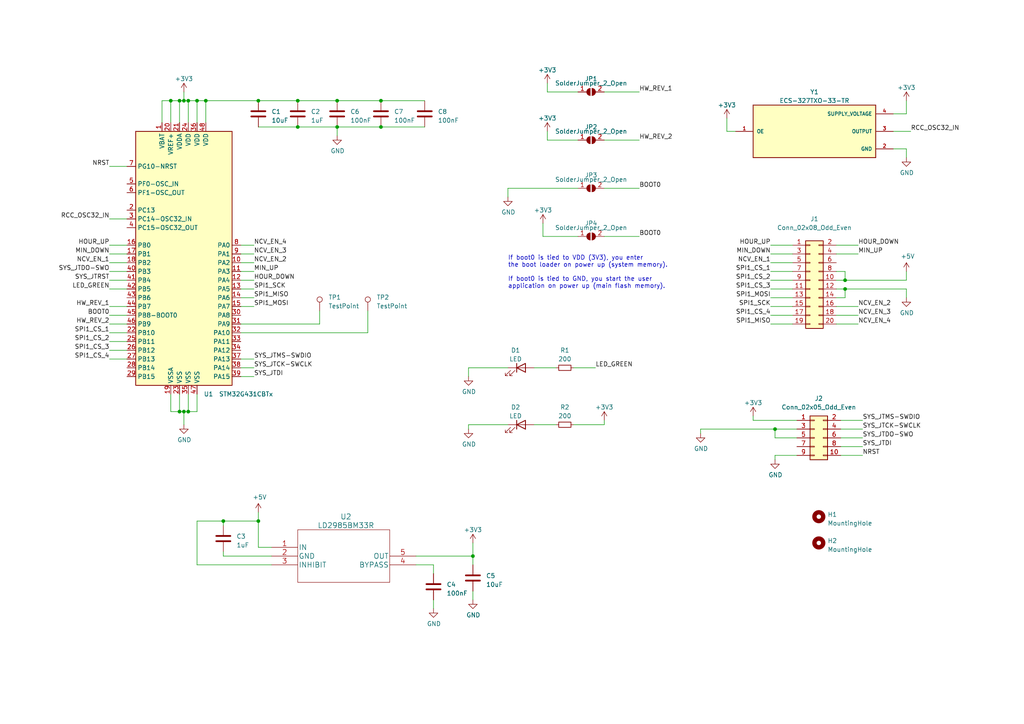
<source format=kicad_sch>
(kicad_sch (version 20221004) (generator eeschema)
  (paper "A4")
  (lib_symbols
    (symbol "Connector:TestPoint" (pin_numbers hide) (pin_names (offset 0.762) hide)
      (property "Reference" "TP" (at 0 6.858 0))
      (property "Value" "TestPoint" (at 0 5.08 0))
      (symbol "TestPoint_0_1"
        (circle (center 0 3.302) (radius 0.762))
      )
      (symbol "TestPoint_1_1"
        (pin passive line (at 0 0 90) (length 2.54) (name "1") (number "1"))
      )
    )
    (symbol "Connector_Generic:Conn_02x05_Odd_Even" (pin_names (offset 1.016) hide)
      (property "Reference" "J" (at 1.27 7.62 0))
      (property "Value" "Conn_02x05_Odd_Even" (at 1.27 -7.62 0))
      (symbol "Conn_02x05_Odd_Even_1_1"
        (rectangle (start -1.27 -4.953) (end 0 -5.207) (stroke (width 0.1524)))
        (rectangle (start -1.27 -2.413) (end 0 -2.667) (stroke (width 0.1524)))
        (rectangle (start -1.27 0.127) (end 0 -0.127) (stroke (width 0.1524)))
        (rectangle (start -1.27 2.667) (end 0 2.413) (stroke (width 0.1524)))
        (rectangle (start -1.27 5.207) (end 0 4.953) (stroke (width 0.1524)))
        (rectangle (start -1.27 6.35) (end 3.81 -6.35) (stroke (width 0.254)) (fill (type background)))
        (rectangle (start 3.81 -4.953) (end 2.54 -5.207) (stroke (width 0.1524)))
        (rectangle (start 3.81 -2.413) (end 2.54 -2.667) (stroke (width 0.1524)))
        (rectangle (start 3.81 0.127) (end 2.54 -0.127) (stroke (width 0.1524)))
        (rectangle (start 3.81 2.667) (end 2.54 2.413) (stroke (width 0.1524)))
        (rectangle (start 3.81 5.207) (end 2.54 4.953) (stroke (width 0.1524)))
        (pin passive line (at -5.08 5.08 0) (length 3.81) (name "Pin_1") (number "1"))
        (pin passive line (at 7.62 -5.08 180) (length 3.81) (name "Pin_10") (number "10"))
        (pin passive line (at 7.62 5.08 180) (length 3.81) (name "Pin_2") (number "2"))
        (pin passive line (at -5.08 2.54 0) (length 3.81) (name "Pin_3") (number "3"))
        (pin passive line (at 7.62 2.54 180) (length 3.81) (name "Pin_4") (number "4"))
        (pin passive line (at -5.08 0 0) (length 3.81) (name "Pin_5") (number "5"))
        (pin passive line (at 7.62 0 180) (length 3.81) (name "Pin_6") (number "6"))
        (pin passive line (at -5.08 -2.54 0) (length 3.81) (name "Pin_7") (number "7"))
        (pin passive line (at 7.62 -2.54 180) (length 3.81) (name "Pin_8") (number "8"))
        (pin passive line (at -5.08 -5.08 0) (length 3.81) (name "Pin_9") (number "9"))
      )
    )
    (symbol "Connector_Generic:Conn_02x10_Odd_Even" (pin_names (offset 1.016) hide)
      (property "Reference" "J" (at 1.27 12.7 0))
      (property "Value" "Conn_02x10_Odd_Even" (at 1.27 -15.24 0))
      (symbol "Conn_02x10_Odd_Even_1_1"
        (rectangle (start -1.27 -12.573) (end 0 -12.827) (stroke (width 0.1524)))
        (rectangle (start -1.27 -10.033) (end 0 -10.287) (stroke (width 0.1524)))
        (rectangle (start -1.27 -7.493) (end 0 -7.747) (stroke (width 0.1524)))
        (rectangle (start -1.27 -4.953) (end 0 -5.207) (stroke (width 0.1524)))
        (rectangle (start -1.27 -2.413) (end 0 -2.667) (stroke (width 0.1524)))
        (rectangle (start -1.27 0.127) (end 0 -0.127) (stroke (width 0.1524)))
        (rectangle (start -1.27 2.667) (end 0 2.413) (stroke (width 0.1524)))
        (rectangle (start -1.27 5.207) (end 0 4.953) (stroke (width 0.1524)))
        (rectangle (start -1.27 7.747) (end 0 7.493) (stroke (width 0.1524)))
        (rectangle (start -1.27 10.287) (end 0 10.033) (stroke (width 0.1524)))
        (rectangle (start -1.27 11.43) (end 3.81 -13.97) (stroke (width 0.254)) (fill (type background)))
        (rectangle (start 3.81 -12.573) (end 2.54 -12.827) (stroke (width 0.1524)))
        (rectangle (start 3.81 -10.033) (end 2.54 -10.287) (stroke (width 0.1524)))
        (rectangle (start 3.81 -7.493) (end 2.54 -7.747) (stroke (width 0.1524)))
        (rectangle (start 3.81 -4.953) (end 2.54 -5.207) (stroke (width 0.1524)))
        (rectangle (start 3.81 -2.413) (end 2.54 -2.667) (stroke (width 0.1524)))
        (rectangle (start 3.81 0.127) (end 2.54 -0.127) (stroke (width 0.1524)))
        (rectangle (start 3.81 2.667) (end 2.54 2.413) (stroke (width 0.1524)))
        (rectangle (start 3.81 5.207) (end 2.54 4.953) (stroke (width 0.1524)))
        (rectangle (start 3.81 7.747) (end 2.54 7.493) (stroke (width 0.1524)))
        (rectangle (start 3.81 10.287) (end 2.54 10.033) (stroke (width 0.1524)))
        (pin passive line (at -5.08 10.16 0) (length 3.81) (name "Pin_1") (number "1"))
        (pin passive line (at 7.62 0 180) (length 3.81) (name "Pin_10") (number "10"))
        (pin passive line (at -5.08 -2.54 0) (length 3.81) (name "Pin_11") (number "11"))
        (pin passive line (at 7.62 -2.54 180) (length 3.81) (name "Pin_12") (number "12"))
        (pin passive line (at -5.08 -5.08 0) (length 3.81) (name "Pin_13") (number "13"))
        (pin passive line (at 7.62 -5.08 180) (length 3.81) (name "Pin_14") (number "14"))
        (pin passive line (at -5.08 -7.62 0) (length 3.81) (name "Pin_15") (number "15"))
        (pin passive line (at 7.62 -7.62 180) (length 3.81) (name "Pin_16") (number "16"))
        (pin passive line (at -5.08 -10.16 0) (length 3.81) (name "Pin_17") (number "17"))
        (pin passive line (at 7.62 -10.16 180) (length 3.81) (name "Pin_18") (number "18"))
        (pin passive line (at -5.08 -12.7 0) (length 3.81) (name "Pin_19") (number "19"))
        (pin passive line (at 7.62 10.16 180) (length 3.81) (name "Pin_2") (number "2"))
        (pin passive line (at 7.62 -12.7 180) (length 3.81) (name "Pin_20") (number "20"))
        (pin passive line (at -5.08 7.62 0) (length 3.81) (name "Pin_3") (number "3"))
        (pin passive line (at 7.62 7.62 180) (length 3.81) (name "Pin_4") (number "4"))
        (pin passive line (at -5.08 5.08 0) (length 3.81) (name "Pin_5") (number "5"))
        (pin passive line (at 7.62 5.08 180) (length 3.81) (name "Pin_6") (number "6"))
        (pin passive line (at -5.08 2.54 0) (length 3.81) (name "Pin_7") (number "7"))
        (pin passive line (at 7.62 2.54 180) (length 3.81) (name "Pin_8") (number "8"))
        (pin passive line (at -5.08 0 0) (length 3.81) (name "Pin_9") (number "9"))
      )
    )
    (symbol "Device:C" (pin_numbers hide) (pin_names (offset 0.254))
      (property "Reference" "C" (at 0.635 2.54 0))
      (property "Value" "C" (at 0.635 -2.54 0))
      (symbol "C_0_1"
        (polyline (pts (xy -2.032 -0.762) (xy 2.032 -0.762)) (stroke (width 0.508)))
        (polyline (pts (xy -2.032 0.762) (xy 2.032 0.762)) (stroke (width 0.508)))
      )
      (symbol "C_1_1"
        (pin passive line (at 0 3.81 270) (length 2.794) (name "~") (number "1"))
        (pin passive line (at 0 -3.81 90) (length 2.794) (name "~") (number "2"))
      )
    )
    (symbol "Device:LED" (pin_numbers hide) (pin_names (offset 1.016) hide)
      (property "Reference" "D" (at 0 2.54 0))
      (property "Value" "LED" (at 0 -2.54 0))
      (symbol "LED_0_1"
        (polyline (pts (xy -1.27 -1.27) (xy -1.27 1.27)) (stroke (width 0.254)))
        (polyline (pts (xy -1.27 0) (xy 1.27 0)))
        (polyline (pts (xy 1.27 -1.27) (xy 1.27 1.27) (xy -1.27 0) (xy 1.27 -1.27)) (stroke (width 0.254)))
        (polyline (pts (xy -3.048 -0.762) (xy -4.572 -2.286) (xy -3.81 -2.286) (xy -4.572 -2.286) (xy -4.572 -1.524)))
        (polyline (pts (xy -1.778 -0.762) (xy -3.302 -2.286) (xy -2.54 -2.286) (xy -3.302 -2.286) (xy -3.302 -1.524)))
      )
      (symbol "LED_1_1"
        (pin passive line (at -3.81 0 0) (length 2.54) (name "K") (number "1"))
        (pin passive line (at 3.81 0 180) (length 2.54) (name "A") (number "2"))
      )
    )
    (symbol "Device:R_Small" (pin_numbers hide) (pin_names (offset 0.254) hide)
      (property "Reference" "R" (at 0.762 0.508 0))
      (property "Value" "R_Small" (at 0.762 -1.016 0))
      (symbol "R_Small_0_1"
        (rectangle (start -0.762 1.778) (end 0.762 -1.778) (stroke (width 0.2032)))
      )
      (symbol "R_Small_1_1"
        (pin passive line (at 0 2.54 270) (length 0.762) (name "~") (number "1"))
        (pin passive line (at 0 -2.54 90) (length 0.762) (name "~") (number "2"))
      )
    )
    (symbol "Mechanical:MountingHole" (pin_names (offset 1.016))
      (property "Reference" "H" (at 0 5.08 0))
      (property "Value" "MountingHole" (at 0 3.175 0))
      (symbol "MountingHole_0_1"
        (circle (center 0 0) (radius 1.27) (stroke (width 1.27)))
      )
    )
    (symbol "SolderJumper_2_Open_1" (pin_names (offset 0) hide)
      (property "Reference" "JP" (at 0 2.032 0))
      (property "Value" "SolderJumper_2_Open_1" (at 0 -2.54 0))
      (symbol "SolderJumper_2_Open_1_0_1"
        (arc (start -0.254 1.016) (mid -1.2656 0) (end -0.254 -1.016))
        (arc (start -0.254 1.016) (mid -1.2656 0) (end -0.254 -1.016) (fill (type outline)))
        (polyline (pts (xy -0.254 1.016) (xy -0.254 -1.016)))
        (polyline (pts (xy 0.254 1.016) (xy 0.254 -1.016)))
        (arc (start 0.254 -1.016) (mid 1.2656 0) (end 0.254 1.016))
        (arc (start 0.254 -1.016) (mid 1.2656 0) (end 0.254 1.016) (fill (type outline)))
      )
      (symbol "SolderJumper_2_Open_1_1_1"
        (pin passive line (at -3.81 0 0) (length 2.54) (name "A") (number "1"))
        (pin passive line (at 3.81 0 180) (length 2.54) (name "B") (number "2"))
      )
    )
    (symbol "SolderJumper_2_Open_2" (pin_names (offset 0) hide)
      (property "Reference" "JP" (at 0 2.032 0))
      (property "Value" "SolderJumper_2_Open_2" (at 0 -2.54 0))
      (symbol "SolderJumper_2_Open_2_0_1"
        (arc (start -0.254 1.016) (mid -1.2656 0) (end -0.254 -1.016))
        (arc (start -0.254 1.016) (mid -1.2656 0) (end -0.254 -1.016) (fill (type outline)))
        (polyline (pts (xy -0.254 1.016) (xy -0.254 -1.016)))
        (polyline (pts (xy 0.254 1.016) (xy 0.254 -1.016)))
        (arc (start 0.254 -1.016) (mid 1.2656 0) (end 0.254 1.016))
        (arc (start 0.254 -1.016) (mid 1.2656 0) (end 0.254 1.016) (fill (type outline)))
      )
      (symbol "SolderJumper_2_Open_2_1_1"
        (pin passive line (at -3.81 0 0) (length 2.54) (name "A") (number "1"))
        (pin passive line (at 3.81 0 180) (length 2.54) (name "B") (number "2"))
      )
    )
    (symbol "ecs:ECS-327TXO-33-TR" (pin_names (offset 1.016))
      (property "Reference" "Y" (at -17.78 8.89 0))
      (property "Value" "ECS-327TXO-33-TR" (at -17.78 -10.16 0))
      (symbol "ECS-327TXO-33-TR_0_0"
        (rectangle (start -17.78 7.62) (end 17.78 -7.62) (stroke (width 0.254)) (fill (type background)))
        (pin input line (at -22.86 0 0) (length 5.08) (name "OE") (number "1"))
        (pin power_in line (at 22.86 -5.08 180) (length 5.08) (name "GND") (number "2"))
        (pin output line (at 22.86 0 180) (length 5.08) (name "OUTPUT") (number "3"))
        (pin power_in line (at 22.86 5.08 180) (length 5.08) (name "SUPPLY_VOLTAGE") (number "4"))
      )
    )
    (symbol "ldo:LD2985BM33R" (pin_names (offset 0.254))
      (property "Reference" "U" (at 21.59 11.43 0))
      (property "Value" "LD2985BM33R" (at 20.32 8.89 0))
      (symbol "LD2985BM33R_1_1"
        (polyline (pts (xy 7.62 -10.16) (xy 34.29 -10.16)) (stroke (width 0.127)))
        (polyline (pts (xy 7.62 5.08) (xy 7.62 -10.16)) (stroke (width 0.127)))
        (polyline (pts (xy 34.29 -10.16) (xy 34.29 5.08)) (stroke (width 0.127)))
        (polyline (pts (xy 34.29 5.08) (xy 7.62 5.08)) (stroke (width 0.127)))
        (pin input line (at 0 0 0) (length 7.62) (name "IN") (number "1"))
        (pin power_in line (at 0 -2.54 0) (length 7.62) (name "GND") (number "2"))
        (pin bidirectional line (at 0 -5.08 0) (length 7.62) (name "INHIBIT") (number "3"))
        (pin unspecified line (at 41.91 -5.08 180) (length 7.62) (name "BYPASS") (number "4"))
        (pin output line (at 41.91 -2.54 180) (length 7.62) (name "OUT") (number "5"))
      )
    )
    (symbol "mio:STM32G431CBTx"
      (property "Reference" "U" (at -15.24 39.37 0))
      (property "Value" "STM32G431CBTx" (at 8.89 39.37 0))
      (symbol "STM32G431CBTx_0_1"
        (rectangle (start -15.24 38.1) (end 12.7 -35.56) (stroke (width 0.254)) (fill (type background)))
      )
      (symbol "STM32G431CBTx_1_1"
        (pin power_in line (at -7.62 40.64 270) (length 2.54) (name "VBAT") (number "1"))
        (pin bidirectional line (at 15.24 0 180) (length 2.54) (name "PA2") (number "10"))
        (pin bidirectional line (at 15.24 -2.54 180) (length 2.54) (name "PA3") (number "11"))
        (pin bidirectional line (at 15.24 -5.08 180) (length 2.54) (name "PA4") (number "12"))
        (pin bidirectional line (at 15.24 -7.62 180) (length 2.54) (name "PA5") (number "13"))
        (pin bidirectional line (at 15.24 -10.16 180) (length 2.54) (name "PA6") (number "14"))
        (pin bidirectional line (at 15.24 -12.7 180) (length 2.54) (name "PA7") (number "15"))
        (pin bidirectional line (at -17.78 5.08 0) (length 2.54) (name "PB0") (number "16"))
        (pin bidirectional line (at -17.78 2.54 0) (length 2.54) (name "PB1") (number "17"))
        (pin bidirectional line (at -17.78 0 0) (length 2.54) (name "PB2") (number "18"))
        (pin power_in line (at -5.08 -38.1 90) (length 2.54) (name "VSSA") (number "19"))
        (pin bidirectional line (at -17.78 15.24 0) (length 2.54) (name "PC13") (number "2"))
        (pin power_in line (at -5.08 40.64 270) (length 2.54) (name "VREF+") (number "20"))
        (pin power_in line (at -2.54 40.64 270) (length 2.54) (name "VDDA") (number "21"))
        (pin bidirectional line (at -17.78 -20.32 0) (length 2.54) (name "PB10") (number "22"))
        (pin power_in line (at -2.54 -38.1 90) (length 2.54) (name "VSS") (number "23"))
        (pin power_in line (at 0 40.64 270) (length 2.54) (name "VDD") (number "24"))
        (pin bidirectional line (at -17.78 -22.86 0) (length 2.54) (name "PB11") (number "25"))
        (pin bidirectional line (at -17.78 -25.4 0) (length 2.54) (name "PB12") (number "26"))
        (pin bidirectional line (at -17.78 -27.94 0) (length 2.54) (name "PB13") (number "27"))
        (pin bidirectional line (at -17.78 -30.48 0) (length 2.54) (name "PB14") (number "28"))
        (pin bidirectional line (at -17.78 -33.02 0) (length 2.54) (name "PB15") (number "29"))
        (pin bidirectional line (at -17.78 12.7 0) (length 2.54) (name "PC14-OSC32_IN") (number "3"))
        (pin bidirectional line (at 15.24 -15.24 180) (length 2.54) (name "PA8") (number "30"))
        (pin bidirectional line (at 15.24 -17.78 180) (length 2.54) (name "PA9") (number "31"))
        (pin bidirectional line (at 15.24 -20.32 180) (length 2.54) (name "PA10") (number "32"))
        (pin bidirectional line (at 15.24 -22.86 180) (length 2.54) (name "PA11") (number "33"))
        (pin bidirectional line (at 15.24 -25.4 180) (length 2.54) (name "PA12") (number "34"))
        (pin power_in line (at 0 -38.1 90) (length 2.54) (name "VSS") (number "35"))
        (pin power_in line (at 2.54 40.64 270) (length 2.54) (name "VDD") (number "36"))
        (pin bidirectional line (at 15.24 -27.94 180) (length 2.54) (name "PA13") (number "37"))
        (pin bidirectional line (at 15.24 -30.48 180) (length 2.54) (name "PA14") (number "38"))
        (pin bidirectional line (at 15.24 -33.02 180) (length 2.54) (name "PA15") (number "39"))
        (pin bidirectional line (at -17.78 10.16 0) (length 2.54) (name "PC15-OSC32_OUT") (number "4"))
        (pin bidirectional line (at -17.78 -2.54 0) (length 2.54) (name "PB3") (number "40"))
        (pin bidirectional line (at -17.78 -5.08 0) (length 2.54) (name "PB4") (number "41"))
        (pin bidirectional line (at -17.78 -7.62 0) (length 2.54) (name "PB5") (number "42"))
        (pin bidirectional line (at -17.78 -10.16 0) (length 2.54) (name "PB6") (number "43"))
        (pin bidirectional line (at -17.78 -12.7 0) (length 2.54) (name "PB7") (number "44"))
        (pin bidirectional line (at -17.78 -15.24 0) (length 2.54) (name "PB8-BOOT0") (number "45"))
        (pin bidirectional line (at -17.78 -17.78 0) (length 2.54) (name "PB9") (number "46"))
        (pin power_in line (at 2.54 -38.1 90) (length 2.54) (name "VSS") (number "47"))
        (pin power_in line (at 5.08 40.64 270) (length 2.54) (name "VDD") (number "48"))
        (pin bidirectional line (at -17.78 22.86 0) (length 2.54) (name "PF0-OSC_IN") (number "5"))
        (pin bidirectional line (at -17.78 20.32 0) (length 2.54) (name "PF1-OSC_OUT") (number "6"))
        (pin bidirectional line (at -17.78 27.94 0) (length 2.54) (name "PG10-NRST") (number "7"))
        (pin bidirectional line (at 15.24 5.08 180) (length 2.54) (name "PA0") (number "8"))
        (pin bidirectional line (at 15.24 2.54 180) (length 2.54) (name "PA1") (number "9"))
      )
    )
    (symbol "power:+3V3" (power) (pin_names (offset 0))
      (property "Value" "+3V3" (at 0 3.556 0))
      (symbol "+3V3_0_1"
        (polyline (pts (xy -0.762 1.27) (xy 0 2.54)))
        (polyline (pts (xy 0 0) (xy 0 2.54)))
        (polyline (pts (xy 0 2.54) (xy 0.762 1.27)))
      )
      (symbol "+3V3_1_1"
        (pin power_in line (at 0 0 90) (length 0) hide (name "+3V3") (number "1"))
      )
    )
    (symbol "power:+5V" (power) (pin_names (offset 0))
      (property "Value" "+5V" (at 0 3.556 0))
      (symbol "+5V_0_1"
        (polyline (pts (xy -0.762 1.27) (xy 0 2.54)))
        (polyline (pts (xy 0 0) (xy 0 2.54)))
        (polyline (pts (xy 0 2.54) (xy 0.762 1.27)))
      )
      (symbol "+5V_1_1"
        (pin power_in line (at 0 0 90) (length 0) hide (name "+5V") (number "1"))
      )
    )
    (symbol "power:GND" (power) (pin_names (offset 0))
      (property "Value" "GND" (at 0 -3.81 0))
      (symbol "GND_0_1"
        (polyline (pts (xy 0 0) (xy 0 -1.27) (xy 1.27 -1.27) (xy 0 -2.54) (xy -1.27 -1.27) (xy 0 -1.27)))
      )
      (symbol "GND_1_1"
        (pin power_in line (at 0 0 270) (length 0) hide (name "GND") (number "1"))
      )
    )
  )
  (junction (at 224.79 124.46))
  (junction (at 137.16 161.29))
  (junction (at 54.61 29.21))
  (junction (at 97.79 29.21))
  (junction (at 53.34 29.21))
  (junction (at 53.34 119.38))
  (junction (at 86.36 29.21))
  (junction (at 86.36 36.83))
  (junction (at 52.07 119.38))
  (junction (at 59.69 29.21))
  (junction (at 245.11 81.28))
  (junction (at 49.53 29.21))
  (junction (at 110.49 36.83))
  (junction (at 74.93 29.21))
  (junction (at 245.11 83.82))
  (junction (at 57.15 29.21))
  (junction (at 64.77 151.13))
  (junction (at 52.07 29.21))
  (junction (at 97.79 36.83))
  (junction (at 54.61 119.38))
  (junction (at 74.93 151.13))
  (junction (at 110.49 29.21))
  (wire (pts (xy 210.82 38.1) (xy 213.36 38.1)))
  (wire (pts (xy 69.85 78.74) (xy 73.66 78.74)))
  (wire (pts (xy 46.99 35.56) (xy 46.99 29.21)))
  (wire (pts (xy 69.85 73.66) (xy 73.66 73.66)))
  (wire (pts (xy 175.26 40.64) (xy 185.42 40.64)))
  (wire (pts (xy 31.75 71.12) (xy 36.83 71.12)))
  (wire (pts (xy 57.15 29.21) (xy 54.61 29.21)))
  (wire (pts (xy 223.52 86.36) (xy 229.87 86.36)))
  (wire (pts (xy 154.94 106.68) (xy 161.29 106.68)))
  (wire (pts (xy 224.79 124.46) (xy 224.79 127)))
  (wire (pts (xy 243.84 121.92) (xy 250.19 121.92)))
  (wire (pts (xy 245.11 81.28) (xy 262.89 81.28)))
  (wire (pts (xy 74.93 29.21) (xy 86.36 29.21)))
  (wire (pts (xy 137.16 161.29) (xy 137.16 157.48)))
  (wire (pts (xy 135.89 123.19) (xy 147.32 123.19)))
  (wire (pts (xy 106.68 96.52) (xy 106.68 90.17)))
  (wire (pts (xy 259.08 33.02) (xy 262.89 33.02)))
  (wire (pts (xy 175.26 26.67) (xy 185.42 26.67)))
  (wire (pts (xy 59.69 29.21) (xy 57.15 29.21)))
  (wire (pts (xy 245.11 78.74) (xy 245.11 81.28)))
  (wire (pts (xy 69.85 109.22) (xy 73.66 109.22)))
  (wire (pts (xy 110.49 29.21) (xy 123.19 29.21)))
  (wire (pts (xy 167.64 26.67) (xy 158.75 26.67)))
  (wire (pts (xy 52.07 29.21) (xy 53.34 29.21)))
  (wire (pts (xy 69.85 96.52) (xy 106.68 96.52)))
  (wire (pts (xy 97.79 36.83) (xy 97.79 39.37)))
  (wire (pts (xy 69.85 106.68) (xy 73.66 106.68)))
  (wire (pts (xy 210.82 34.29) (xy 210.82 38.1)))
  (wire (pts (xy 31.75 76.2) (xy 36.83 76.2)))
  (wire (pts (xy 31.75 96.52) (xy 36.83 96.52)))
  (wire (pts (xy 242.57 71.12) (xy 248.92 71.12)))
  (wire (pts (xy 31.75 93.98) (xy 36.83 93.98)))
  (wire (pts (xy 175.26 123.19) (xy 175.26 121.92)))
  (wire (pts (xy 242.57 93.98) (xy 248.92 93.98)))
  (wire (pts (xy 154.94 123.19) (xy 161.29 123.19)))
  (wire (pts (xy 57.15 163.83) (xy 78.74 163.83)))
  (wire (pts (xy 59.69 29.21) (xy 74.93 29.21)))
  (wire (pts (xy 137.16 163.83) (xy 137.16 161.29)))
  (wire (pts (xy 64.77 151.13) (xy 74.93 151.13)))
  (wire (pts (xy 59.69 35.56) (xy 59.69 29.21)))
  (wire (pts (xy 53.34 29.21) (xy 53.34 26.67)))
  (wire (pts (xy 69.85 71.12) (xy 73.66 71.12)))
  (wire (pts (xy 49.53 114.3) (xy 49.53 119.38)))
  (wire (pts (xy 224.79 132.08) (xy 224.79 133.35)))
  (wire (pts (xy 147.32 54.61) (xy 167.64 54.61)))
  (wire (pts (xy 86.36 36.83) (xy 97.79 36.83)))
  (wire (pts (xy 223.52 73.66) (xy 229.87 73.66)))
  (wire (pts (xy 54.61 35.56) (xy 54.61 29.21)))
  (wire (pts (xy 242.57 73.66) (xy 248.92 73.66)))
  (wire (pts (xy 69.85 83.82) (xy 73.66 83.82)))
  (wire (pts (xy 203.2 125.73) (xy 203.2 124.46)))
  (wire (pts (xy 57.15 35.56) (xy 57.15 29.21)))
  (wire (pts (xy 223.52 81.28) (xy 229.87 81.28)))
  (wire (pts (xy 223.52 88.9) (xy 229.87 88.9)))
  (wire (pts (xy 223.52 93.98) (xy 229.87 93.98)))
  (wire (pts (xy 166.37 123.19) (xy 175.26 123.19)))
  (wire (pts (xy 120.65 163.83) (xy 125.73 163.83)))
  (wire (pts (xy 157.48 68.58) (xy 167.64 68.58)))
  (wire (pts (xy 125.73 163.83) (xy 125.73 166.37)))
  (wire (pts (xy 31.75 104.14) (xy 36.83 104.14)))
  (wire (pts (xy 167.64 40.64) (xy 158.75 40.64)))
  (wire (pts (xy 175.26 68.58) (xy 185.42 68.58)))
  (wire (pts (xy 69.85 104.14) (xy 73.66 104.14)))
  (wire (pts (xy 157.48 64.77) (xy 157.48 68.58)))
  (wire (pts (xy 259.08 43.18) (xy 262.89 43.18)))
  (wire (pts (xy 97.79 36.83) (xy 110.49 36.83)))
  (wire (pts (xy 49.53 119.38) (xy 52.07 119.38)))
  (wire (pts (xy 243.84 132.08) (xy 250.19 132.08)))
  (wire (pts (xy 69.85 81.28) (xy 73.66 81.28)))
  (wire (pts (xy 242.57 91.44) (xy 248.92 91.44)))
  (wire (pts (xy 31.75 91.44) (xy 36.83 91.44)))
  (wire (pts (xy 135.89 106.68) (xy 147.32 106.68)))
  (wire (pts (xy 31.75 81.28) (xy 36.83 81.28)))
  (wire (pts (xy 31.75 48.26) (xy 36.83 48.26)))
  (wire (pts (xy 31.75 101.6) (xy 36.83 101.6)))
  (wire (pts (xy 242.57 78.74) (xy 245.11 78.74)))
  (wire (pts (xy 31.75 73.66) (xy 36.83 73.66)))
  (wire (pts (xy 69.85 76.2) (xy 73.66 76.2)))
  (wire (pts (xy 69.85 86.36) (xy 73.66 86.36)))
  (wire (pts (xy 245.11 86.36) (xy 245.11 83.82)))
  (wire (pts (xy 242.57 83.82) (xy 245.11 83.82)))
  (wire (pts (xy 223.52 83.82) (xy 229.87 83.82)))
  (wire (pts (xy 110.49 36.83) (xy 123.19 36.83)))
  (wire (pts (xy 158.75 26.67) (xy 158.75 24.13)))
  (wire (pts (xy 52.07 29.21) (xy 52.07 35.56)))
  (wire (pts (xy 245.11 83.82) (xy 262.89 83.82)))
  (wire (pts (xy 158.75 40.64) (xy 158.75 38.1)))
  (wire (pts (xy 147.32 57.15) (xy 147.32 54.61)))
  (wire (pts (xy 175.26 54.61) (xy 185.42 54.61)))
  (wire (pts (xy 64.77 151.13) (xy 64.77 152.4)))
  (wire (pts (xy 46.99 29.21) (xy 49.53 29.21)))
  (wire (pts (xy 64.77 161.29) (xy 64.77 160.02)))
  (wire (pts (xy 125.73 173.99) (xy 125.73 176.53)))
  (wire (pts (xy 259.08 38.1) (xy 264.16 38.1)))
  (wire (pts (xy 31.75 83.82) (xy 36.83 83.82)))
  (wire (pts (xy 203.2 124.46) (xy 224.79 124.46)))
  (wire (pts (xy 224.79 127) (xy 231.14 127)))
  (wire (pts (xy 52.07 119.38) (xy 53.34 119.38)))
  (wire (pts (xy 97.79 29.21) (xy 110.49 29.21)))
  (wire (pts (xy 57.15 119.38) (xy 54.61 119.38)))
  (wire (pts (xy 74.93 36.83) (xy 86.36 36.83)))
  (wire (pts (xy 86.36 29.21) (xy 97.79 29.21)))
  (wire (pts (xy 243.84 127) (xy 250.19 127)))
  (wire (pts (xy 52.07 114.3) (xy 52.07 119.38)))
  (wire (pts (xy 218.44 120.65) (xy 218.44 121.92)))
  (wire (pts (xy 54.61 114.3) (xy 54.61 119.38)))
  (wire (pts (xy 31.75 63.5) (xy 36.83 63.5)))
  (wire (pts (xy 262.89 81.28) (xy 262.89 78.74)))
  (wire (pts (xy 224.79 132.08) (xy 231.14 132.08)))
  (wire (pts (xy 262.89 83.82) (xy 262.89 86.36)))
  (wire (pts (xy 166.37 106.68) (xy 172.72 106.68)))
  (wire (pts (xy 243.84 129.54) (xy 250.19 129.54)))
  (wire (pts (xy 54.61 29.21) (xy 53.34 29.21)))
  (wire (pts (xy 137.16 171.45) (xy 137.16 173.99)))
  (wire (pts (xy 69.85 93.98) (xy 92.71 93.98)))
  (wire (pts (xy 120.65 161.29) (xy 137.16 161.29)))
  (wire (pts (xy 54.61 119.38) (xy 53.34 119.38)))
  (wire (pts (xy 242.57 81.28) (xy 245.11 81.28)))
  (wire (pts (xy 243.84 124.46) (xy 250.19 124.46)))
  (wire (pts (xy 135.89 124.46) (xy 135.89 123.19)))
  (wire (pts (xy 53.34 119.38) (xy 53.34 123.19)))
  (wire (pts (xy 242.57 86.36) (xy 245.11 86.36)))
  (wire (pts (xy 92.71 93.98) (xy 92.71 90.17)))
  (wire (pts (xy 135.89 109.22) (xy 135.89 106.68)))
  (wire (pts (xy 49.53 29.21) (xy 52.07 29.21)))
  (wire (pts (xy 262.89 43.18) (xy 262.89 45.72)))
  (wire (pts (xy 57.15 163.83) (xy 57.15 151.13)))
  (wire (pts (xy 69.85 88.9) (xy 73.66 88.9)))
  (wire (pts (xy 223.52 78.74) (xy 229.87 78.74)))
  (wire (pts (xy 74.93 148.59) (xy 74.93 151.13)))
  (wire (pts (xy 57.15 151.13) (xy 64.77 151.13)))
  (wire (pts (xy 49.53 29.21) (xy 49.53 35.56)))
  (wire (pts (xy 31.75 88.9) (xy 36.83 88.9)))
  (wire (pts (xy 31.75 99.06) (xy 36.83 99.06)))
  (wire (pts (xy 31.75 78.74) (xy 36.83 78.74)))
  (wire (pts (xy 231.14 121.92) (xy 218.44 121.92)))
  (wire (pts (xy 64.77 161.29) (xy 78.74 161.29)))
  (wire (pts (xy 223.52 91.44) (xy 229.87 91.44)))
  (wire (pts (xy 74.93 158.75) (xy 78.74 158.75)))
  (wire (pts (xy 262.89 33.02) (xy 262.89 29.21)))
  (wire (pts (xy 242.57 88.9) (xy 248.92 88.9)))
  (wire (pts (xy 224.79 124.46) (xy 231.14 124.46)))
  (wire (pts (xy 57.15 114.3) (xy 57.15 119.38)))
  (wire (pts (xy 223.52 76.2) (xy 229.87 76.2)))
  (wire (pts (xy 223.52 71.12) (xy 229.87 71.12)))
  (wire (pts (xy 74.93 151.13) (xy 74.93 158.75)))
  (text "If boot0 is tied to VDD (3V3), you enter\nthe boot loader on power up (system memory).\n\nIf boot0 is tied to GND, you start the user\napplication on power up (main flash memory)." (at 147.32 83.82 0) (effects (font (size 1.27 1.27)) (justify left bottom)))
  (label "SYS_JTDI" (at 73.66 109.22 0))
  (label "NCV_EN_3" (at 73.66 73.66 0))
  (label "SYS_JTMS-SWDIO" (at 73.66 104.14 0))
  (label "HOUR_DOWN" (at 73.66 81.28 0))
  (label "SPI1_MISO" (at 73.66 86.36 0))
  (label "RCC_OSC32_IN" (at 264.16 38.1 0))
  (label "SPI1_SCK" (at 223.52 88.9 0))
  (label "SPI1_CS_3" (at 31.75 101.6 180))
  (label "SPI1_CS_2" (at 31.75 99.06 180))
  (label "HOUR_UP" (at 223.52 71.12 0))
  (label "MIN_UP" (at 73.66 78.74 0))
  (label "MIN_UP" (at 248.92 73.66 0))
  (label "LED_GREEN" (at 31.75 83.82 180))
  (label "SPI1_MOSI" (at 223.52 86.36 0))
  (label "MIN_DOWN" (at 223.52 73.66 0))
  (label "HW_REV_1" (at 31.75 88.9 180))
  (label "NCV_EN_2" (at 248.92 88.9 0))
  (label "SYS_JTDI" (at 250.19 129.54 0))
  (label "RCC_OSC32_IN" (at 31.75 63.5 180))
  (label "SPI1_SCK" (at 73.66 83.82 0))
  (label "NCV_EN_3" (at 248.92 91.44 0))
  (label "NCV_EN_4" (at 73.66 71.12 0))
  (label "SYS_JTRST" (at 31.75 81.28 180))
  (label "SYS_JTCK-SWCLK" (at 73.66 106.68 0))
  (label "NCV_EN_1" (at 223.52 76.2 0))
  (label "MIN_DOWN" (at 31.75 73.66 0))
  (label "SPI1_CS_3" (at 223.52 83.82 0))
  (label "HW_REV_2" (at 31.75 93.98 180))
  (label "SYS_JTDO-SWO" (at 31.75 78.74 180))
  (label "SPI1_MOSI" (at 73.66 88.9 0))
  (label "SPI1_CS_4" (at 223.52 91.44 0))
  (label "NRST" (at 31.75 48.26 180))
  (label "HW_REV_2" (at 185.42 40.64 0))
  (label "NRST" (at 250.19 132.08 0))
  (label "SPI1_CS_4" (at 31.75 104.14 180))
  (label "SYS_JTMS-SWDIO" (at 250.19 121.92 0))
  (label "LED_GREEN" (at 172.72 106.68 0))
  (label "BOOT0" (at 185.42 54.61 0))
  (label "HOUR_DOWN" (at 248.92 71.12 0))
  (label "HOUR_UP" (at 31.75 71.12 0))
  (label "SPI1_CS_2" (at 223.52 81.28 0))
  (label "BOOT0" (at 31.75 91.44 180))
  (label "SPI1_MISO" (at 223.52 93.98 0))
  (label "NCV_EN_2" (at 73.66 76.2 0))
  (label "SPI1_CS_1" (at 223.52 78.74 0))
  (label "NCV_EN_1" (at 31.75 76.2 0))
  (label "BOOT0" (at 185.42 68.58 0))
  (label "SYS_JTDO-SWO" (at 250.19 127 0))
  (label "NCV_EN_4" (at 248.92 93.98 0))
  (label "SYS_JTCK-SWCLK" (at 250.19 124.46 0))
  (label "HW_REV_1" (at 185.42 26.67 0))
  (label "SPI1_CS_1" (at 31.75 96.52 180))
  (symbol (lib_id "Device:C") (at 64.77 156.21 0) (unit 1)
    (property "Reference" "C3" (at 68.58 155.575 0) (effects (justify left)))
    (property "Value" "1uF" (at 68.58 158.115 0) (effects (justify left)))
    (property "Footprint" "Capacitor_SMD:C_0805_2012Metric" (effects hide))
    (property "LCSC Part Number" "C107367" (effects hide))
  )
  (symbol (lib_id "Device:C") (at 110.49 33.02 180) (unit 1)
    (property "Reference" "C7" (at 114.3 32.385 0) (effects (justify right)))
    (property "Value" "100nF" (at 114.3 34.925 0) (effects (justify right)))
    (property "Footprint" "Capacitor_SMD:C_0603_1608Metric" (effects hide))
    (property "LCSC Part Number" "C184760" (effects hide))
  )
  (symbol (lib_id "Mechanical:MountingHole") (at 237.49 157.48 0) (unit 1) (in_bom no)
    (property "Reference" "H2" (at 240.03 156.845 0) (effects (justify left)))
    (property "Value" "MountingHole" (at 240.03 159.385 0) (effects (justify left)))
    (property "Footprint" "mio:MountingHole_3.2mm_M3" (effects hide))
  )
  (symbol (lib_id "power:+3V3") (at 158.75 38.1 0) (unit 1)
    (property "Reference" "#PWR0103" (effects hide))
    (property "Value" "+3V3" (at 158.75 34.29 0))
  )
  (symbol (lib_id "mio:STM32G431CBTx") (at 54.61 76.2 0) (unit 1)
    (property "Reference" "U1" (at 59.1059 114.3 0) (effects (justify left)))
    (property "Value" "STM32G431CBTx" (at 63.5 114.3 0) (effects (justify left)))
    (property "Footprint" "Package_QFP:LQFP-48_7x7mm_P0.5mm" (effects hide))
    (property "Datasheet" "https://www.st.com/resource/en/datasheet/stm32g431cb.pdf" (effects hide))
    (property "LCSC Part Number" "C529355" (effects hide))
  )
  (symbol (lib_id "Connector_Generic:Conn_02x10_Odd_Even") (at 234.95 81.28 0) (unit 1) (in_bom no)
    (property "Reference" "J1" (at 236.22 63.5 0))
    (property "Value" "Conn_02x08_Odd_Even" (at 236.22 66.04 0))
    (property "Footprint" "Connector_PinHeader_2.54mm:PinHeader_2x10_P2.54mm_Vertical" (effects hide))
  )
  (symbol (lib_id "power:+3V3") (at 262.89 29.21 0) (unit 1)
    (property "Reference" "#PWR0107" (effects hide))
    (property "Value" "+3V3" (at 262.89 25.4 0))
  )
  (symbol (lib_id "power:GND") (at 135.89 124.46 0) (unit 1)
    (property "Reference" "#PWR0121" (effects hide))
    (property "Value" "GND" (at 136.017 128.8542 0))
  )
  (symbol (lib_name "SolderJumper_2_Open_1") (lib_id "Jumper:SolderJumper_2_Open") (at 171.45 54.61 0) (unit 1) (in_bom no)
    (property "Reference" "JP3" (at 171.45 50.8 0))
    (property "Value" "SolderJumper_2_Open" (at 171.45 52.07 0))
    (property "Footprint" "Jumper:SolderJumper-2_P1.3mm_Open_TrianglePad1.0x1.5mm" (effects hide))
  )
  (symbol (lib_id "power:GND") (at 53.34 123.19 0) (unit 1)
    (property "Reference" "#PWR0115" (effects hide))
    (property "Value" "GND" (at 53.467 127.5842 0))
  )
  (symbol (lib_id "power:GND") (at 147.32 57.15 0) (unit 1)
    (property "Reference" "#PWR0111" (effects hide))
    (property "Value" "GND" (at 147.447 61.5442 0))
  )
  (symbol (lib_id "ldo:LD2985BM33R") (at 78.74 158.75 0) (unit 1)
    (property "Reference" "U2" (at 100.33 149.86 0) (effects (font (size 1.524 1.524))))
    (property "Value" "LD2985BM33R" (at 100.33 152.4 0) (effects (font (size 1.524 1.524))))
    (property "Footprint" "mio:SOT23-5L_STM" (effects hide))
    (property "Datasheet" "https://www.st.com/content/ccc/resource/technical/document/datasheet/group2/36/68/23/f9/b5/3f/41/a7/CD00004963/files/CD00004963.pdf/jcr:content/translations/en.CD00004963.pdf" (effects hide))
    (property "LCSC Part Number" "C222396" (effects hide))
  )
  (symbol (lib_id "power:+5V") (at 74.93 148.59 0) (unit 1)
    (property "Reference" "#PWR0119" (effects hide))
    (property "Value" "+5V" (at 75.311 144.1958 0))
  )
  (symbol (lib_id "power:GND") (at 137.16 173.99 0) (unit 1)
    (property "Reference" "#PWR0118" (effects hide))
    (property "Value" "GND" (at 137.287 178.3842 0))
  )
  (symbol (lib_id "Connector:TestPoint") (at 106.68 90.17 0) (unit 1) (in_bom no)
    (property "Reference" "TP2" (at 109.22 86.233 0) (effects (justify left)))
    (property "Value" "TestPoint" (at 109.22 88.773 0) (effects (justify left)))
    (property "Footprint" "TestPoint:TestPoint_Pad_D1.0mm" (effects hide))
  )
  (symbol (lib_id "Device:R_Small") (at 163.83 106.68 270) (unit 1)
    (property "Reference" "R1" (at 163.83 101.6 90))
    (property "Value" "200" (at 163.83 104.14 90))
    (property "Footprint" "Resistor_SMD:R_0603_1608Metric" (effects hide))
    (property "LCSC Part Number" "C8218" (effects hide))
  )
  (symbol (lib_id "power:+3V3") (at 210.82 34.29 0) (unit 1)
    (property "Reference" "#PWR0122" (effects hide))
    (property "Value" "+3V3" (at 210.82 30.48 0))
  )
  (symbol (lib_id "Device:C") (at 123.19 33.02 0) (unit 1)
    (property "Reference" "C8" (at 127 32.385 0) (effects (justify left)))
    (property "Value" "100nF" (at 127 34.925 0) (effects (justify left)))
    (property "Footprint" "Capacitor_SMD:C_0603_1608Metric" (effects hide))
    (property "LCSC Part Number" "C184760" (effects hide))
  )
  (symbol (lib_id "power:GND") (at 203.2 125.73 0) (unit 1)
    (property "Reference" "#PWR0102" (effects hide))
    (property "Value" "GND" (at 203.327 130.1242 0))
  )
  (symbol (lib_id "power:+3V3") (at 158.75 24.13 0) (unit 1)
    (property "Reference" "#PWR0101" (effects hide))
    (property "Value" "+3V3" (at 158.75 20.32 0))
  )
  (symbol (lib_id "power:+3V3") (at 175.26 121.92 0) (unit 1)
    (property "Reference" "#PWR0114" (effects hide))
    (property "Value" "+3V3" (at 175.26 118.11 0))
  )
  (symbol (lib_id "ecs:ECS-327TXO-33-TR") (at 236.22 38.1 0) (unit 1)
    (property "Reference" "Y1" (at 236.22 26.67 0))
    (property "Value" "ECS-327TXO-33-TR" (at 236.22 29.21 0))
    (property "Footprint" "mio:ECS-327TXO-33-TR" (effects hide))
    (property "Datasheet" "https://ecsxtal.com/store/pdf/ECS-327TXO.pdf" (effects hide))
    (property "LCSC Part Number" "C2451198" (effects hide))
  )
  (symbol (lib_id "power:+3V3") (at 157.48 64.77 0) (unit 1)
    (property "Reference" "#PWR0108" (effects hide))
    (property "Value" "+3V3" (at 157.48 60.96 0))
  )
  (symbol (lib_id "power:+3V3") (at 53.34 26.67 0) (unit 1)
    (property "Reference" "#PWR0112" (effects hide))
    (property "Value" "+3V3" (at 53.34 22.86 0))
  )
  (symbol (lib_name "SolderJumper_2_Open_2") (lib_id "Jumper:SolderJumper_2_Open") (at 171.45 26.67 0) (unit 1) (in_bom no)
    (property "Reference" "JP1" (at 171.45 22.86 0))
    (property "Value" "SolderJumper_2_Open" (at 171.45 24.13 0))
    (property "Footprint" "Jumper:SolderJumper-2_P1.3mm_Open_TrianglePad1.0x1.5mm" (effects hide))
  )
  (symbol (lib_id "Device:C") (at 137.16 167.64 180) (unit 1)
    (property "Reference" "C5" (at 140.97 167.005 0) (effects (justify right)))
    (property "Value" "10uF" (at 140.97 169.545 0) (effects (justify right)))
    (property "Footprint" "Capacitor_SMD:C_0805_2012Metric" (effects hide))
    (property "LCSC Part Number" "C32635" (effects hide))
  )
  (symbol (lib_id "Mechanical:MountingHole") (at 237.49 149.86 0) (unit 1) (in_bom no)
    (property "Reference" "H1" (at 240.03 149.225 0) (effects (justify left)))
    (property "Value" "MountingHole" (at 240.03 151.765 0) (effects (justify left)))
    (property "Footprint" "mio:MountingHole_3.2mm_M3" (effects hide))
  )
  (symbol (lib_name "SolderJumper_2_Open_1") (lib_id "Jumper:SolderJumper_2_Open") (at 171.45 40.64 0) (unit 1) (in_bom no)
    (property "Reference" "JP2" (at 171.45 36.83 0))
    (property "Value" "SolderJumper_2_Open" (at 171.45 38.1 0))
    (property "Footprint" "Jumper:SolderJumper-2_P1.3mm_Open_TrianglePad1.0x1.5mm" (effects hide))
  )
  (symbol (lib_id "power:GND") (at 262.89 86.36 0) (unit 1)
    (property "Reference" "#PWR0106" (effects hide))
    (property "Value" "GND" (at 263.017 90.7542 0))
  )
  (symbol (lib_id "Device:C") (at 74.93 33.02 0) (unit 1)
    (property "Reference" "C1" (at 78.74 32.385 0) (effects (justify left)))
    (property "Value" "10uF" (at 78.74 34.925 0) (effects (justify left)))
    (property "Footprint" "Capacitor_SMD:C_0805_2012Metric" (effects hide))
    (property "LCSC Part Number" "C32635" (effects hide))
  )
  (symbol (lib_id "Device:R_Small") (at 163.83 123.19 270) (unit 1)
    (property "Reference" "R2" (at 163.83 118.11 90))
    (property "Value" "200" (at 163.83 120.65 90))
    (property "Footprint" "Resistor_SMD:R_0603_1608Metric" (effects hide))
    (property "LCSC Part Number" "C8218" (effects hide))
  )
  (symbol (lib_id "Device:C") (at 97.79 33.02 0) (unit 1)
    (property "Reference" "C6" (at 101.6 32.385 0) (effects (justify left)))
    (property "Value" "100nF" (at 101.6 34.925 0) (effects (justify left)))
    (property "Footprint" "Capacitor_SMD:C_0603_1608Metric" (effects hide))
    (property "LCSC Part Number" "C184760" (effects hide))
  )
  (symbol (lib_id "Connector_Generic:Conn_02x05_Odd_Even") (at 236.22 127 0) (unit 1) (in_bom no)
    (property "Reference" "J2" (at 237.49 115.57 0))
    (property "Value" "Conn_02x05_Odd_Even" (at 237.49 118.11 0))
    (property "Footprint" "Connector_PinHeader_1.27mm:PinHeader_2x05_P1.27mm_Vertical" (effects hide))
  )
  (symbol (lib_id "power:+5V") (at 262.89 78.74 0) (unit 1)
    (property "Reference" "#PWR0105" (effects hide))
    (property "Value" "+5V" (at 263.271 74.3458 0))
  )
  (symbol (lib_id "Device:C") (at 86.36 33.02 180) (unit 1)
    (property "Reference" "C2" (at 90.17 32.385 0) (effects (justify right)))
    (property "Value" "1uF" (at 90.17 34.925 0) (effects (justify right)))
    (property "Footprint" "Capacitor_SMD:C_0805_2012Metric" (effects hide))
    (property "LCSC Part Number" "C107367" (effects hide))
  )
  (symbol (lib_id "power:GND") (at 262.89 45.72 0) (unit 1)
    (property "Reference" "#PWR0109" (effects hide))
    (property "Value" "GND" (at 263.017 50.1142 0))
  )
  (symbol (lib_id "Device:LED") (at 151.13 123.19 0) (unit 1)
    (property "Reference" "D2" (at 149.5425 118.11 0))
    (property "Value" "LED" (at 149.5425 120.65 0))
    (property "Footprint" "LED_SMD:LED_0603_1608Metric" (effects hide))
    (property "LCSC Part Number" "C125093" (effects hide))
  )
  (symbol (lib_id "power:GND") (at 125.73 176.53 0) (unit 1)
    (property "Reference" "#PWR0117" (effects hide))
    (property "Value" "GND" (at 125.857 180.9242 0))
  )
  (symbol (lib_id "power:+3V3") (at 218.44 120.65 0) (unit 1)
    (property "Reference" "#PWR0110" (effects hide))
    (property "Value" "+3V3" (at 218.44 116.84 0))
  )
  (symbol (lib_id "power:GND") (at 135.89 109.22 0) (unit 1)
    (property "Reference" "#PWR0123" (effects hide))
    (property "Value" "GND" (at 136.017 113.6142 0))
  )
  (symbol (lib_id "Device:LED") (at 151.13 106.68 0) (unit 1)
    (property "Reference" "D1" (at 149.5425 101.6 0))
    (property "Value" "LED" (at 149.5425 104.14 0))
    (property "Footprint" "LED_SMD:LED_0603_1608Metric" (effects hide))
    (property "LCSC Part Number" "C125093" (effects hide))
  )
  (symbol (lib_name "SolderJumper_2_Open_1") (lib_id "Jumper:SolderJumper_2_Open") (at 171.45 68.58 0) (unit 1) (in_bom no)
    (property "Reference" "JP4" (at 171.45 64.77 0))
    (property "Value" "SolderJumper_2_Open" (at 171.45 66.04 0))
    (property "Footprint" "Jumper:SolderJumper-2_P1.3mm_Open_TrianglePad1.0x1.5mm" (effects hide))
  )
  (symbol (lib_id "power:GND") (at 224.79 133.35 0) (unit 1)
    (property "Reference" "#PWR0113" (effects hide))
    (property "Value" "GND" (at 224.917 137.7442 0))
  )
  (symbol (lib_id "power:+3V3") (at 137.16 157.48 0) (unit 1)
    (property "Reference" "#PWR0120" (effects hide))
    (property "Value" "+3V3" (at 137.16 153.67 0))
  )
  (symbol (lib_id "power:GND") (at 97.79 39.37 0) (unit 1)
    (property "Reference" "#PWR0104" (effects hide))
    (property "Value" "GND" (at 97.917 43.7642 0))
  )
  (symbol (lib_id "Connector:TestPoint") (at 92.71 90.17 0) (unit 1) (in_bom no)
    (property "Reference" "TP1" (at 95.25 86.233 0) (effects (justify left)))
    (property "Value" "TestPoint" (at 95.25 88.773 0) (effects (justify left)))
    (property "Footprint" "TestPoint:TestPoint_Pad_D1.0mm" (effects hide))
  )
  (symbol (lib_id "Device:C") (at 125.73 170.18 0) (unit 1)
    (property "Reference" "C4" (at 129.54 169.545 0) (effects (justify left)))
    (property "Value" "100nF" (at 129.54 172.085 0) (effects (justify left)))
    (property "Footprint" "Capacitor_SMD:C_0603_1608Metric" (effects hide))
    (property "LCSC Part Number" "C184760" (effects hide))
  )
)
</source>
